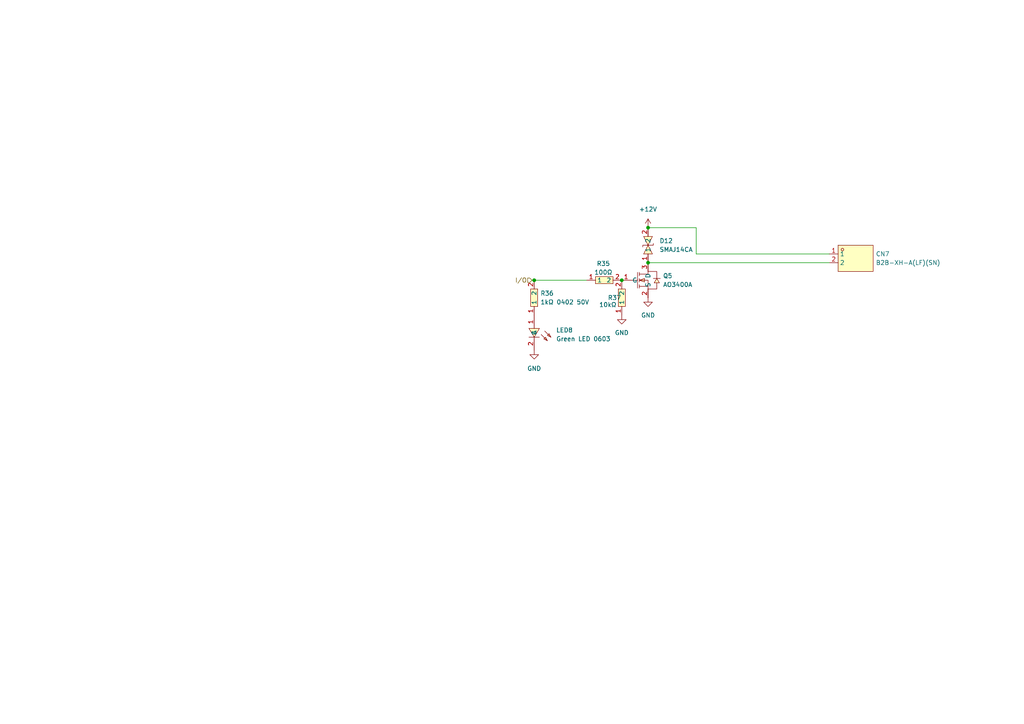
<source format=kicad_sch>
(kicad_sch (version 20211123) (generator eeschema)
  (paper "A4")
  (lib_symbols
    (symbol "easyeda2kicad:100Ω 0402 50V"
      (property "Reference" "R" (at 0 5.08 0))
      (property "Value" "100Ω 0402 50V" (at 0 -5.08 0))
      (symbol "100Ω 0402 50V_0_1"
        (rectangle (start -2.54 1.02) (end 2.54 -1.02) (fill (type background)))
        (pin input line (at -5.08 0 0) (length 2.54) (name "1") (number "1"))
        (pin input line (at 5.08 0 180) (length 2.54) (name "2") (number "2"))
      )
    )
    (symbol "easyeda2kicad:10kΩ 0402 50V"
      (property "Reference" "R" (at 0 5.08 0))
      (property "Value" "10kΩ 0402 50V" (at 0 -5.08 0))
      (symbol "10kΩ 0402 50V_0_1"
        (rectangle (start -2.54 1.02) (end 2.54 -1.02) (fill (type background)))
        (pin input line (at -5.08 0 0) (length 2.54) (name "1") (number "1"))
        (pin input line (at 5.08 0 180) (length 2.54) (name "2") (number "2"))
      )
    )
    (symbol "easyeda2kicad:1kΩ 0402 50V"
      (property "Reference" "R" (at 0 5.08 0))
      (property "Value" "1kΩ 0402 50V" (at 0 -5.08 0))
      (symbol "1kΩ 0402 50V_0_1"
        (rectangle (start -2.54 1.02) (end 2.54 -1.02) (fill (type background)))
        (pin input line (at -5.08 0 0) (length 2.54) (name "1") (number "1"))
        (pin input line (at 5.08 0 180) (length 2.54) (name "2") (number "2"))
      )
    )
    (symbol "easyeda2kicad:AO3400A"
      (property "Reference" "Q" (at 0 10.16 0))
      (property "Value" "AO3400A" (at 0 -10.16 0))
      (symbol "AO3400A_0_1"
        (polyline (pts (xy -2.54 0) (xy -0.51 0)))
        (polyline (pts (xy -0.51 2.29) (xy -0.51 -2.29)))
        (polyline (pts (xy 0 -2.29) (xy 0 -1.27)))
        (polyline (pts (xy 0 -0.51) (xy 0 0.51)))
        (polyline (pts (xy 0 2.29) (xy 0 1.27)))
        (polyline (pts (xy 2.54 -1.78) (xy 0 -1.78)))
        (polyline (pts (xy 0 0) (xy 1.52 -0.51) (xy 1.52 0.51) (xy 0 0)) (fill (type background)))
        (polyline (pts (xy 5.08 0.51) (xy 4.32 -0.76) (xy 5.84 -0.76) (xy 5.08 0.51)) (fill (type background)))
        (polyline (pts (xy 6.1 0.51) (xy 5.59 0.51) (xy 4.57 0.51) (xy 4.06 0.51)))
        (polyline (pts (xy 0 0) (xy 2.54 0) (xy 2.54 -2.54) (xy 5.08 -2.54) (xy 5.08 -0.76)))
        (polyline (pts (xy 0 1.78) (xy 2.54 1.78) (xy 2.54 2.54) (xy 5.08 2.54) (xy 5.08 0.51)))
        (pin unspecified line (at -5.08 0 0) (length 2.54) (name "G") (number "1"))
        (pin unspecified line (at 2.54 -5.08 90) (length 2.54) (name "S") (number "2"))
        (pin unspecified line (at 2.54 5.08 270) (length 2.54) (name "D") (number "3"))
      )
    )
    (symbol "easyeda2kicad:B2B-XH-A(LF)(SN)"
      (property "Reference" "CN" (at 0 6.35 0))
      (property "Value" "B2B-XH-A (LF)(SN)" (at 0 -6.35 0))
      (symbol "B2B-XH-A(LF)(SN)_0_1"
        (rectangle (start -3.81 3.81) (end 6.35 -3.81) (fill (type background)))
        (circle (center -2.54 2.54) (radius 0.38))
        (pin unspecified line (at -6.35 1.27 0) (length 2.54) (name "1") (number "1"))
        (pin unspecified line (at -6.35 -1.27 0) (length 2.54) (name "2") (number "2"))
      )
    )
    (symbol "easyeda2kicad:Green LED 0603"
      (property "Reference" "LED" (at 0 3.81 0))
      (property "Value" "Green LED 0603" (at 0 -6.35 0))
      (symbol "Green LED 0603_0_1"
        (polyline (pts (xy -0.51 1.78) (xy 1.27 3.56)))
        (polyline (pts (xy 0.51 0.76) (xy 2.29 2.54)))
        (polyline (pts (xy 1.27 0.25) (xy 1.27 -2.79)))
        (polyline (pts (xy -1.27 -2.79) (xy 1.27 -1.27) (xy -1.27 0.25) (xy -1.27 -2.79)) (fill (type background)))
        (polyline (pts (xy 1.27 3.56) (xy 0.25 3.05) (xy 0.76 2.54) (xy 1.27 3.56)) (fill (type background)))
        (polyline (pts (xy 2.29 2.54) (xy 1.27 2.03) (xy 1.78 1.52) (xy 2.29 2.54)) (fill (type background)))
        (pin input line (at -5.08 -1.27 0) (length 3.81) (name "A") (number "1"))
        (pin input line (at 5.08 -1.27 180) (length 3.81) (name "C") (number "2"))
      )
    )
    (symbol "easyeda2kicad:SMAJ14CA_C364287"
      (property "Reference" "D" (at 0 5.08 0))
      (property "Value" "SMAJ14CA_C364287" (at 0 -5.08 0))
      (symbol "SMAJ14CA_C364287_0_1"
        (polyline (pts (xy -2.54 1.27) (xy 0 0) (xy -2.54 -1.27) (xy -2.54 1.27)) (fill (type background)))
        (polyline (pts (xy 2.54 1.27) (xy 0 0) (xy 2.54 -1.27) (xy 2.54 1.27)) (fill (type background)))
        (polyline (pts (xy -0.51 1.52) (xy -0.51 1.52) (xy 0 1.52) (xy 0 -1.52) (xy 0.51 -1.52) (xy 0.51 -1.52)))
        (pin unspecified line (at -5.08 0 0) (length 2.54) (name "1") (number "1"))
        (pin unspecified line (at 5.08 0 180) (length 2.54) (name "2") (number "2"))
      )
    )
    (symbol "power:+12V" (power) (pin_names (offset 0))
      (property "Value" "+12V" (at 0 3.556 0))
      (symbol "+12V_0_1"
        (polyline (pts (xy -0.762 1.27) (xy 0 2.54)))
        (polyline (pts (xy 0 0) (xy 0 2.54)))
        (polyline (pts (xy 0 2.54) (xy 0.762 1.27)))
      )
      (symbol "+12V_1_1"
        (pin power_in line (at 0 0 90) (length 0) hide (name "+12V") (number "1"))
      )
    )
    (symbol "power:GND" (power) (pin_names (offset 0))
      (property "Value" "GND" (at 0 -3.81 0))
      (symbol "GND_0_1"
        (polyline (pts (xy 0 0) (xy 0 -1.27) (xy 1.27 -1.27) (xy 0 -2.54) (xy -1.27 -1.27) (xy 0 -1.27)))
      )
      (symbol "GND_1_1"
        (pin power_in line (at 0 0 270) (length 0) hide (name "GND") (number "1"))
      )
    )
  )
  (junction (at 154.94 81.28))
  (junction (at 187.96 66.04))
  (junction (at 180.34 81.28))
  (junction (at 187.96 76.2))
  (wire (pts (xy 201.93 73.66) (xy 240.538 73.66)))
  (wire (pts (xy 187.96 66.04) (xy 201.93 66.04)))
  (wire (pts (xy 201.93 66.04) (xy 201.93 73.66)))
  (wire (pts (xy 154.94 81.28) (xy 170.18 81.28)))
  (wire (pts (xy 154.305 81.28) (xy 154.94 81.28)))
  (wire (pts (xy 240.538 76.2) (xy 187.96 76.2)))
  (hierarchical_label "I{slash}O" (shape input) (at 154.305 81.28 180))
  (symbol (lib_id "power:GND") (at 154.94 101.6 0) (unit 1)
    (property "Reference" "#PWR0217" (effects hide))
    (property "Value" "GND" (at 154.94 106.8832 0))
  )
  (symbol (lib_id "easyeda2kicad:100Ω 0402 50V") (at 175.26 81.28 0) (unit 1)
    (property "Reference" "R35" (at 175.006 76.454 0))
    (property "Value" "100Ω" (at 175.006 78.994 0))
    (property "Footprint" "easyeda2kicad:R0402" (effects hide))
    (property "Datasheet" "https://lcsc.com/product-detail/Chip-Resistor-Surface-Mount-UniOhm_100R-1000-1_C25076.html" (effects hide))
    (property "Manufacturer" "UNI-ROYAL(厚声)" (effects hide))
    (property "LCSC Part" "C25076" (effects hide))
    (property "JLC Part" "Basic Part" (effects hide))
  )
  (symbol (lib_id "power:GND") (at 187.96 86.36 0) (unit 1)
    (property "Reference" "#PWR0218" (effects hide))
    (property "Value" "GND" (at 187.96 91.44 0))
  )
  (symbol (lib_id "power:+12V") (at 187.96 66.04 0) (unit 1)
    (property "Reference" "#PWR0220" (effects hide))
    (property "Value" "+12V" (at 187.96 60.706 0))
  )
  (symbol (lib_id "easyeda2kicad:1kΩ 0402 50V") (at 154.94 86.36 90) (unit 1)
    (property "Reference" "R36" (at 156.718 85.0899 90) (effects (justify right)))
    (property "Value" "1kΩ 0402 50V" (at 156.718 87.6299 90) (effects (justify right)))
    (property "Footprint" "easyeda2kicad:R0402" (effects hide))
    (property "Datasheet" "https://lcsc.com/product-detail/Chip-Resistor-Surface-Mount-UniOhm_1KR-1001-1_C11702.html" (effects hide))
    (property "Manufacturer" "UNI-ROYAL(厚声)" (effects hide))
    (property "LCSC Part" "C11702" (effects hide))
    (property "JLC Part" "Basic Part" (effects hide))
  )
  (symbol (lib_id "power:GND") (at 180.34 91.44 0) (unit 1)
    (property "Reference" "#PWR0219" (effects hide))
    (property "Value" "GND" (at 180.34 96.52 0))
  )
  (symbol (lib_id "easyeda2kicad:B2B-XH-A(LF)(SN)") (at 246.888 74.93 0) (unit 1)
    (property "Reference" "CN7" (at 254 73.6599 0) (effects (justify left)))
    (property "Value" "B2B-XH-A(LF)(SN)" (at 254 76.1999 0) (effects (justify left)))
    (property "Footprint" "easyeda2kicad:CONN-TH_B2B-XH-A-LF-SN" (effects hide))
    (property "Datasheet" "https://lcsc.com/product-detail/XH-Connectors_JST_B2B-XH-A-LF-SN_XHsocket-1-2P-pitch2-5mm_C158012.html" (effects hide))
    (property "Manufacturer" "JST" (effects hide))
    (property "LCSC Part" "C158012" (effects hide))
    (property "JLC Part" "Extended Part" (effects hide))
  )
  (symbol (lib_id "easyeda2kicad:SMAJ14CA_C364287") (at 187.96 71.12 90) (unit 1)
    (property "Reference" "D12" (at 191.262 69.8499 90) (effects (justify right)))
    (property "Value" "SMAJ14CA" (at 191.262 72.3899 90) (effects (justify right)))
    (property "Footprint" "easyeda2kicad:SMA_L4.3-W2.7-LS5.1-BI" (effects hide))
    (property "Datasheet" "https://lcsc.com/product-detail/TVS_MDD-Jiangsu-Yutai-Elec-SMAJ14CA_C364287.html" (effects hide))
    (property "Manufacturer" "MDD" (effects hide))
    (property "LCSC Part" "C364287" (effects hide))
    (property "JLC Part" "Extended Part" (effects hide))
  )
  (symbol (lib_id "easyeda2kicad:10kΩ 0402 50V") (at 180.34 86.36 90) (unit 1)
    (property "Reference" "R37" (at 176.276 86.36 90) (effects (justify right)))
    (property "Value" "10kΩ" (at 173.736 88.392 90) (effects (justify right)))
    (property "Footprint" "easyeda2kicad:R0402" (effects hide))
    (property "Datasheet" "https://lcsc.com/product-detail/Chip-Resistor-Surface-Mount-UniOhm_10KR-1002-1_C25744.html" (effects hide))
    (property "Manufacturer" "UNI-ROYAL(厚声)" (effects hide))
    (property "LCSC Part" "C25744" (effects hide))
    (property "JLC Part" "Basic Part" (effects hide))
  )
  (symbol (lib_id "easyeda2kicad:AO3400A") (at 185.42 81.28 0) (unit 1)
    (property "Reference" "Q5" (at 192.278 80.0099 0) (effects (justify left)))
    (property "Value" "AO3400A" (at 192.278 82.5499 0) (effects (justify left)))
    (property "Footprint" "easyeda2kicad:SOT-23-3_L2.9-W1.6-P1.90-LS2.8-BR" (effects hide))
    (property "Datasheet" "https://lcsc.com/product-detail/MOSFET_AOS_AO3400A_AO3400A_C20917.html" (effects hide))
    (property "Manufacturer" "AOS" (effects hide))
    (property "LCSC Part" "C20917" (effects hide))
    (property "JLC Part" "Basic Part" (effects hide))
  )
  (symbol (lib_id "easyeda2kicad:Green LED 0603") (at 156.21 96.52 270) (unit 1)
    (property "Reference" "LED8" (at 161.29 95.7599 90) (effects (justify left)))
    (property "Value" "Green LED 0603" (at 161.29 98.2999 90) (effects (justify left)))
    (property "Footprint" "easyeda2kicad:LED0603-R-RD" (effects hide))
    (property "Datasheet" "https://lcsc.com/product-detail/Light-Emitting-Diodes-LED_0603-Green-light_C72043.html" (effects hide))
    (property "Manufacturer" "EVERLIGHT(亿光)" (effects hide))
    (property "LCSC Part" "C72043" (effects hide))
    (property "JLC Part" "Basic Part" (effects hide))
  )
)
</source>
